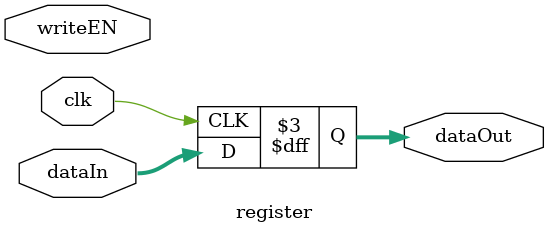
<source format=v>

module register(
	input wire [WIDTH-1:0] dataIn, 
	output reg [WIDTH-1:0] dataOut, 
	input clk, 
	input writeEN
);
parameter WIDTH = 32;


always @ (posedge clk)
begin
	if (clk == 1)
		dataOut = dataIn;
end
endmodule

</source>
